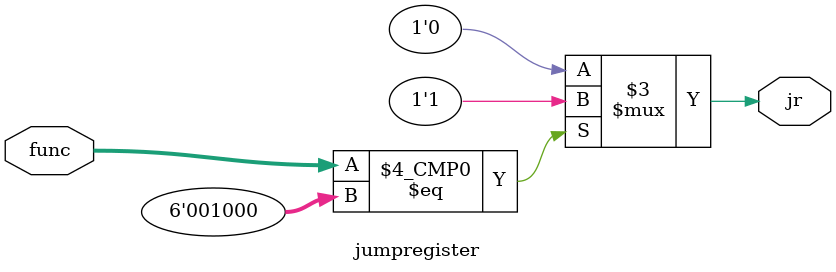
<source format=v>
module jumpregister(func,jr) ;
input [5:0] func ;
output reg jr ;
always@(func)
begin
case(func)
8:jr<=1'b1 ;
default:jr<=1'b0 ;
endcase 
end
endmodule

</source>
